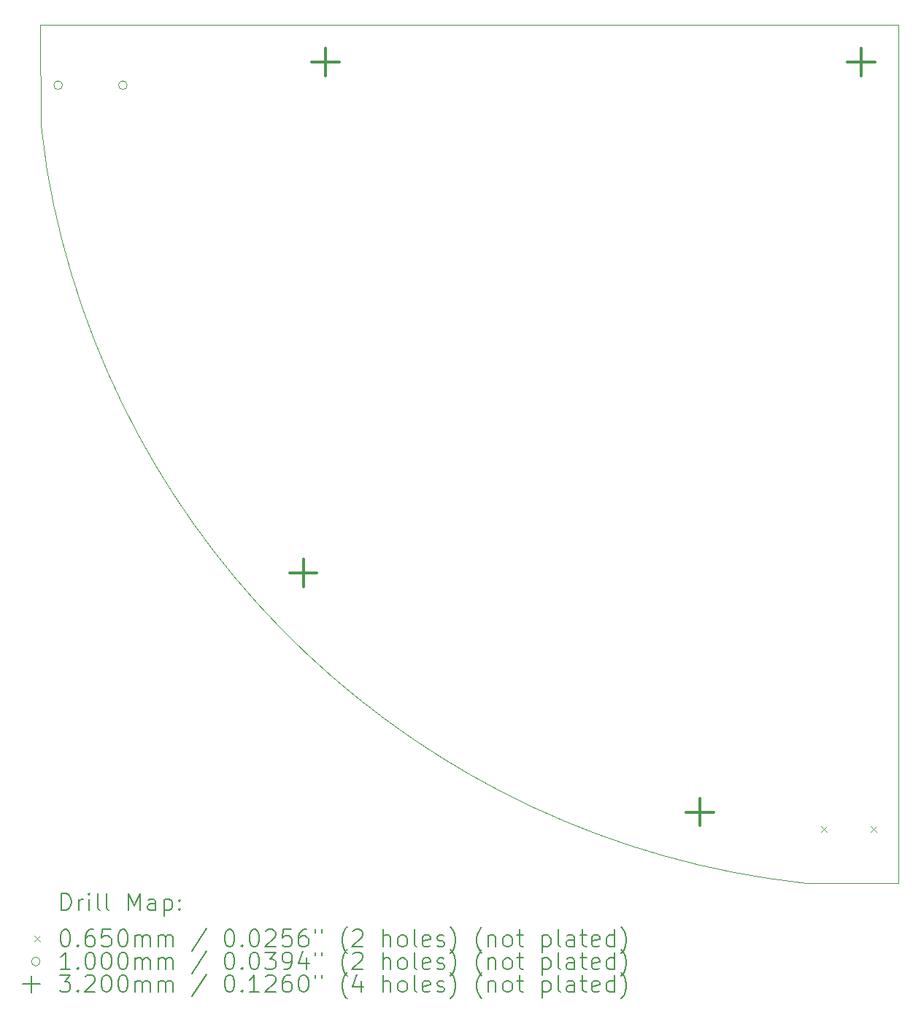
<source format=gbr>
%TF.GenerationSoftware,KiCad,Pcbnew,7.0.1*%
%TF.CreationDate,2023-10-11T18:56:45-05:00*%
%TF.ProjectId,Audio_Board,41756469-6f5f-4426-9f61-72642e6b6963,1*%
%TF.SameCoordinates,Original*%
%TF.FileFunction,Drillmap*%
%TF.FilePolarity,Positive*%
%FSLAX45Y45*%
G04 Gerber Fmt 4.5, Leading zero omitted, Abs format (unit mm)*
G04 Created by KiCad (PCBNEW 7.0.1) date 2023-10-11 18:56:45*
%MOMM*%
%LPD*%
G01*
G04 APERTURE LIST*
%ADD10C,0.100000*%
%ADD11C,0.200000*%
%ADD12C,0.065000*%
%ADD13C,0.320000*%
G04 APERTURE END LIST*
D10*
X16023205Y-2000000D02*
X25976795Y-2000000D01*
X25976795Y-2000000D02*
X25973395Y-11956800D01*
X24881195Y-11956800D02*
X24881195Y-11956800D01*
X16098351Y-3681596D02*
X16024437Y-3168973D01*
X16098351Y-3681595D02*
G75*
G03*
X24881195Y-11956800I9878414J1685987D01*
G01*
X16024437Y-3168973D02*
X16023205Y-2000000D01*
X25973395Y-11956800D02*
X24881195Y-11956800D01*
D11*
D12*
X25080395Y-11298100D02*
X25145395Y-11363100D01*
X25145395Y-11298100D02*
X25080395Y-11363100D01*
X25658395Y-11298100D02*
X25723395Y-11363100D01*
X25723395Y-11298100D02*
X25658395Y-11363100D01*
D10*
X16278895Y-2700900D02*
G75*
G03*
X16278895Y-2700900I-50000J0D01*
G01*
X17028895Y-2700900D02*
G75*
G03*
X17028895Y-2700900I-50000J0D01*
G01*
D13*
X19072354Y-8196600D02*
X19072354Y-8516600D01*
X18912354Y-8356600D02*
X19232354Y-8356600D01*
X19332354Y-2273600D02*
X19332354Y-2593600D01*
X19172354Y-2433600D02*
X19492354Y-2433600D01*
X23675353Y-10972600D02*
X23675353Y-11292600D01*
X23515353Y-11132600D02*
X23835353Y-11132600D01*
X25543353Y-2275500D02*
X25543353Y-2595500D01*
X25383353Y-2435500D02*
X25703353Y-2435500D01*
D11*
X16265824Y-12274324D02*
X16265824Y-12074324D01*
X16265824Y-12074324D02*
X16313443Y-12074324D01*
X16313443Y-12074324D02*
X16342014Y-12083848D01*
X16342014Y-12083848D02*
X16361062Y-12102895D01*
X16361062Y-12102895D02*
X16370586Y-12121943D01*
X16370586Y-12121943D02*
X16380109Y-12160038D01*
X16380109Y-12160038D02*
X16380109Y-12188609D01*
X16380109Y-12188609D02*
X16370586Y-12226705D01*
X16370586Y-12226705D02*
X16361062Y-12245752D01*
X16361062Y-12245752D02*
X16342014Y-12264800D01*
X16342014Y-12264800D02*
X16313443Y-12274324D01*
X16313443Y-12274324D02*
X16265824Y-12274324D01*
X16465824Y-12274324D02*
X16465824Y-12140990D01*
X16465824Y-12179086D02*
X16475347Y-12160038D01*
X16475347Y-12160038D02*
X16484871Y-12150514D01*
X16484871Y-12150514D02*
X16503919Y-12140990D01*
X16503919Y-12140990D02*
X16522967Y-12140990D01*
X16589633Y-12274324D02*
X16589633Y-12140990D01*
X16589633Y-12074324D02*
X16580109Y-12083848D01*
X16580109Y-12083848D02*
X16589633Y-12093371D01*
X16589633Y-12093371D02*
X16599157Y-12083848D01*
X16599157Y-12083848D02*
X16589633Y-12074324D01*
X16589633Y-12074324D02*
X16589633Y-12093371D01*
X16713443Y-12274324D02*
X16694395Y-12264800D01*
X16694395Y-12264800D02*
X16684871Y-12245752D01*
X16684871Y-12245752D02*
X16684871Y-12074324D01*
X16818205Y-12274324D02*
X16799157Y-12264800D01*
X16799157Y-12264800D02*
X16789633Y-12245752D01*
X16789633Y-12245752D02*
X16789633Y-12074324D01*
X17046776Y-12274324D02*
X17046776Y-12074324D01*
X17046776Y-12074324D02*
X17113443Y-12217181D01*
X17113443Y-12217181D02*
X17180109Y-12074324D01*
X17180109Y-12074324D02*
X17180109Y-12274324D01*
X17361062Y-12274324D02*
X17361062Y-12169562D01*
X17361062Y-12169562D02*
X17351538Y-12150514D01*
X17351538Y-12150514D02*
X17332490Y-12140990D01*
X17332490Y-12140990D02*
X17294395Y-12140990D01*
X17294395Y-12140990D02*
X17275348Y-12150514D01*
X17361062Y-12264800D02*
X17342014Y-12274324D01*
X17342014Y-12274324D02*
X17294395Y-12274324D01*
X17294395Y-12274324D02*
X17275348Y-12264800D01*
X17275348Y-12264800D02*
X17265824Y-12245752D01*
X17265824Y-12245752D02*
X17265824Y-12226705D01*
X17265824Y-12226705D02*
X17275348Y-12207657D01*
X17275348Y-12207657D02*
X17294395Y-12198133D01*
X17294395Y-12198133D02*
X17342014Y-12198133D01*
X17342014Y-12198133D02*
X17361062Y-12188609D01*
X17456300Y-12140990D02*
X17456300Y-12340990D01*
X17456300Y-12150514D02*
X17475348Y-12140990D01*
X17475348Y-12140990D02*
X17513443Y-12140990D01*
X17513443Y-12140990D02*
X17532490Y-12150514D01*
X17532490Y-12150514D02*
X17542014Y-12160038D01*
X17542014Y-12160038D02*
X17551538Y-12179086D01*
X17551538Y-12179086D02*
X17551538Y-12236228D01*
X17551538Y-12236228D02*
X17542014Y-12255276D01*
X17542014Y-12255276D02*
X17532490Y-12264800D01*
X17532490Y-12264800D02*
X17513443Y-12274324D01*
X17513443Y-12274324D02*
X17475348Y-12274324D01*
X17475348Y-12274324D02*
X17456300Y-12264800D01*
X17637252Y-12255276D02*
X17646776Y-12264800D01*
X17646776Y-12264800D02*
X17637252Y-12274324D01*
X17637252Y-12274324D02*
X17627729Y-12264800D01*
X17627729Y-12264800D02*
X17637252Y-12255276D01*
X17637252Y-12255276D02*
X17637252Y-12274324D01*
X17637252Y-12150514D02*
X17646776Y-12160038D01*
X17646776Y-12160038D02*
X17637252Y-12169562D01*
X17637252Y-12169562D02*
X17627729Y-12160038D01*
X17627729Y-12160038D02*
X17637252Y-12150514D01*
X17637252Y-12150514D02*
X17637252Y-12169562D01*
D12*
X15953205Y-12569300D02*
X16018205Y-12634300D01*
X16018205Y-12569300D02*
X15953205Y-12634300D01*
D11*
X16303919Y-12494324D02*
X16322967Y-12494324D01*
X16322967Y-12494324D02*
X16342014Y-12503848D01*
X16342014Y-12503848D02*
X16351538Y-12513371D01*
X16351538Y-12513371D02*
X16361062Y-12532419D01*
X16361062Y-12532419D02*
X16370586Y-12570514D01*
X16370586Y-12570514D02*
X16370586Y-12618133D01*
X16370586Y-12618133D02*
X16361062Y-12656228D01*
X16361062Y-12656228D02*
X16351538Y-12675276D01*
X16351538Y-12675276D02*
X16342014Y-12684800D01*
X16342014Y-12684800D02*
X16322967Y-12694324D01*
X16322967Y-12694324D02*
X16303919Y-12694324D01*
X16303919Y-12694324D02*
X16284871Y-12684800D01*
X16284871Y-12684800D02*
X16275347Y-12675276D01*
X16275347Y-12675276D02*
X16265824Y-12656228D01*
X16265824Y-12656228D02*
X16256300Y-12618133D01*
X16256300Y-12618133D02*
X16256300Y-12570514D01*
X16256300Y-12570514D02*
X16265824Y-12532419D01*
X16265824Y-12532419D02*
X16275347Y-12513371D01*
X16275347Y-12513371D02*
X16284871Y-12503848D01*
X16284871Y-12503848D02*
X16303919Y-12494324D01*
X16456300Y-12675276D02*
X16465824Y-12684800D01*
X16465824Y-12684800D02*
X16456300Y-12694324D01*
X16456300Y-12694324D02*
X16446776Y-12684800D01*
X16446776Y-12684800D02*
X16456300Y-12675276D01*
X16456300Y-12675276D02*
X16456300Y-12694324D01*
X16637252Y-12494324D02*
X16599157Y-12494324D01*
X16599157Y-12494324D02*
X16580109Y-12503848D01*
X16580109Y-12503848D02*
X16570586Y-12513371D01*
X16570586Y-12513371D02*
X16551538Y-12541943D01*
X16551538Y-12541943D02*
X16542014Y-12580038D01*
X16542014Y-12580038D02*
X16542014Y-12656228D01*
X16542014Y-12656228D02*
X16551538Y-12675276D01*
X16551538Y-12675276D02*
X16561062Y-12684800D01*
X16561062Y-12684800D02*
X16580109Y-12694324D01*
X16580109Y-12694324D02*
X16618205Y-12694324D01*
X16618205Y-12694324D02*
X16637252Y-12684800D01*
X16637252Y-12684800D02*
X16646776Y-12675276D01*
X16646776Y-12675276D02*
X16656300Y-12656228D01*
X16656300Y-12656228D02*
X16656300Y-12608609D01*
X16656300Y-12608609D02*
X16646776Y-12589562D01*
X16646776Y-12589562D02*
X16637252Y-12580038D01*
X16637252Y-12580038D02*
X16618205Y-12570514D01*
X16618205Y-12570514D02*
X16580109Y-12570514D01*
X16580109Y-12570514D02*
X16561062Y-12580038D01*
X16561062Y-12580038D02*
X16551538Y-12589562D01*
X16551538Y-12589562D02*
X16542014Y-12608609D01*
X16837252Y-12494324D02*
X16742014Y-12494324D01*
X16742014Y-12494324D02*
X16732490Y-12589562D01*
X16732490Y-12589562D02*
X16742014Y-12580038D01*
X16742014Y-12580038D02*
X16761062Y-12570514D01*
X16761062Y-12570514D02*
X16808681Y-12570514D01*
X16808681Y-12570514D02*
X16827729Y-12580038D01*
X16827729Y-12580038D02*
X16837252Y-12589562D01*
X16837252Y-12589562D02*
X16846776Y-12608609D01*
X16846776Y-12608609D02*
X16846776Y-12656228D01*
X16846776Y-12656228D02*
X16837252Y-12675276D01*
X16837252Y-12675276D02*
X16827729Y-12684800D01*
X16827729Y-12684800D02*
X16808681Y-12694324D01*
X16808681Y-12694324D02*
X16761062Y-12694324D01*
X16761062Y-12694324D02*
X16742014Y-12684800D01*
X16742014Y-12684800D02*
X16732490Y-12675276D01*
X16970586Y-12494324D02*
X16989633Y-12494324D01*
X16989633Y-12494324D02*
X17008681Y-12503848D01*
X17008681Y-12503848D02*
X17018205Y-12513371D01*
X17018205Y-12513371D02*
X17027729Y-12532419D01*
X17027729Y-12532419D02*
X17037252Y-12570514D01*
X17037252Y-12570514D02*
X17037252Y-12618133D01*
X17037252Y-12618133D02*
X17027729Y-12656228D01*
X17027729Y-12656228D02*
X17018205Y-12675276D01*
X17018205Y-12675276D02*
X17008681Y-12684800D01*
X17008681Y-12684800D02*
X16989633Y-12694324D01*
X16989633Y-12694324D02*
X16970586Y-12694324D01*
X16970586Y-12694324D02*
X16951538Y-12684800D01*
X16951538Y-12684800D02*
X16942014Y-12675276D01*
X16942014Y-12675276D02*
X16932490Y-12656228D01*
X16932490Y-12656228D02*
X16922967Y-12618133D01*
X16922967Y-12618133D02*
X16922967Y-12570514D01*
X16922967Y-12570514D02*
X16932490Y-12532419D01*
X16932490Y-12532419D02*
X16942014Y-12513371D01*
X16942014Y-12513371D02*
X16951538Y-12503848D01*
X16951538Y-12503848D02*
X16970586Y-12494324D01*
X17122967Y-12694324D02*
X17122967Y-12560990D01*
X17122967Y-12580038D02*
X17132490Y-12570514D01*
X17132490Y-12570514D02*
X17151538Y-12560990D01*
X17151538Y-12560990D02*
X17180110Y-12560990D01*
X17180110Y-12560990D02*
X17199157Y-12570514D01*
X17199157Y-12570514D02*
X17208681Y-12589562D01*
X17208681Y-12589562D02*
X17208681Y-12694324D01*
X17208681Y-12589562D02*
X17218205Y-12570514D01*
X17218205Y-12570514D02*
X17237252Y-12560990D01*
X17237252Y-12560990D02*
X17265824Y-12560990D01*
X17265824Y-12560990D02*
X17284871Y-12570514D01*
X17284871Y-12570514D02*
X17294395Y-12589562D01*
X17294395Y-12589562D02*
X17294395Y-12694324D01*
X17389633Y-12694324D02*
X17389633Y-12560990D01*
X17389633Y-12580038D02*
X17399157Y-12570514D01*
X17399157Y-12570514D02*
X17418205Y-12560990D01*
X17418205Y-12560990D02*
X17446776Y-12560990D01*
X17446776Y-12560990D02*
X17465824Y-12570514D01*
X17465824Y-12570514D02*
X17475348Y-12589562D01*
X17475348Y-12589562D02*
X17475348Y-12694324D01*
X17475348Y-12589562D02*
X17484871Y-12570514D01*
X17484871Y-12570514D02*
X17503919Y-12560990D01*
X17503919Y-12560990D02*
X17532490Y-12560990D01*
X17532490Y-12560990D02*
X17551538Y-12570514D01*
X17551538Y-12570514D02*
X17561062Y-12589562D01*
X17561062Y-12589562D02*
X17561062Y-12694324D01*
X17951538Y-12484800D02*
X17780110Y-12741943D01*
X18208681Y-12494324D02*
X18227729Y-12494324D01*
X18227729Y-12494324D02*
X18246776Y-12503848D01*
X18246776Y-12503848D02*
X18256300Y-12513371D01*
X18256300Y-12513371D02*
X18265824Y-12532419D01*
X18265824Y-12532419D02*
X18275348Y-12570514D01*
X18275348Y-12570514D02*
X18275348Y-12618133D01*
X18275348Y-12618133D02*
X18265824Y-12656228D01*
X18265824Y-12656228D02*
X18256300Y-12675276D01*
X18256300Y-12675276D02*
X18246776Y-12684800D01*
X18246776Y-12684800D02*
X18227729Y-12694324D01*
X18227729Y-12694324D02*
X18208681Y-12694324D01*
X18208681Y-12694324D02*
X18189633Y-12684800D01*
X18189633Y-12684800D02*
X18180110Y-12675276D01*
X18180110Y-12675276D02*
X18170586Y-12656228D01*
X18170586Y-12656228D02*
X18161062Y-12618133D01*
X18161062Y-12618133D02*
X18161062Y-12570514D01*
X18161062Y-12570514D02*
X18170586Y-12532419D01*
X18170586Y-12532419D02*
X18180110Y-12513371D01*
X18180110Y-12513371D02*
X18189633Y-12503848D01*
X18189633Y-12503848D02*
X18208681Y-12494324D01*
X18361062Y-12675276D02*
X18370586Y-12684800D01*
X18370586Y-12684800D02*
X18361062Y-12694324D01*
X18361062Y-12694324D02*
X18351538Y-12684800D01*
X18351538Y-12684800D02*
X18361062Y-12675276D01*
X18361062Y-12675276D02*
X18361062Y-12694324D01*
X18494395Y-12494324D02*
X18513443Y-12494324D01*
X18513443Y-12494324D02*
X18532491Y-12503848D01*
X18532491Y-12503848D02*
X18542014Y-12513371D01*
X18542014Y-12513371D02*
X18551538Y-12532419D01*
X18551538Y-12532419D02*
X18561062Y-12570514D01*
X18561062Y-12570514D02*
X18561062Y-12618133D01*
X18561062Y-12618133D02*
X18551538Y-12656228D01*
X18551538Y-12656228D02*
X18542014Y-12675276D01*
X18542014Y-12675276D02*
X18532491Y-12684800D01*
X18532491Y-12684800D02*
X18513443Y-12694324D01*
X18513443Y-12694324D02*
X18494395Y-12694324D01*
X18494395Y-12694324D02*
X18475348Y-12684800D01*
X18475348Y-12684800D02*
X18465824Y-12675276D01*
X18465824Y-12675276D02*
X18456300Y-12656228D01*
X18456300Y-12656228D02*
X18446776Y-12618133D01*
X18446776Y-12618133D02*
X18446776Y-12570514D01*
X18446776Y-12570514D02*
X18456300Y-12532419D01*
X18456300Y-12532419D02*
X18465824Y-12513371D01*
X18465824Y-12513371D02*
X18475348Y-12503848D01*
X18475348Y-12503848D02*
X18494395Y-12494324D01*
X18637253Y-12513371D02*
X18646776Y-12503848D01*
X18646776Y-12503848D02*
X18665824Y-12494324D01*
X18665824Y-12494324D02*
X18713443Y-12494324D01*
X18713443Y-12494324D02*
X18732491Y-12503848D01*
X18732491Y-12503848D02*
X18742014Y-12513371D01*
X18742014Y-12513371D02*
X18751538Y-12532419D01*
X18751538Y-12532419D02*
X18751538Y-12551467D01*
X18751538Y-12551467D02*
X18742014Y-12580038D01*
X18742014Y-12580038D02*
X18627729Y-12694324D01*
X18627729Y-12694324D02*
X18751538Y-12694324D01*
X18932491Y-12494324D02*
X18837253Y-12494324D01*
X18837253Y-12494324D02*
X18827729Y-12589562D01*
X18827729Y-12589562D02*
X18837253Y-12580038D01*
X18837253Y-12580038D02*
X18856300Y-12570514D01*
X18856300Y-12570514D02*
X18903919Y-12570514D01*
X18903919Y-12570514D02*
X18922967Y-12580038D01*
X18922967Y-12580038D02*
X18932491Y-12589562D01*
X18932491Y-12589562D02*
X18942014Y-12608609D01*
X18942014Y-12608609D02*
X18942014Y-12656228D01*
X18942014Y-12656228D02*
X18932491Y-12675276D01*
X18932491Y-12675276D02*
X18922967Y-12684800D01*
X18922967Y-12684800D02*
X18903919Y-12694324D01*
X18903919Y-12694324D02*
X18856300Y-12694324D01*
X18856300Y-12694324D02*
X18837253Y-12684800D01*
X18837253Y-12684800D02*
X18827729Y-12675276D01*
X19113443Y-12494324D02*
X19075348Y-12494324D01*
X19075348Y-12494324D02*
X19056300Y-12503848D01*
X19056300Y-12503848D02*
X19046776Y-12513371D01*
X19046776Y-12513371D02*
X19027729Y-12541943D01*
X19027729Y-12541943D02*
X19018205Y-12580038D01*
X19018205Y-12580038D02*
X19018205Y-12656228D01*
X19018205Y-12656228D02*
X19027729Y-12675276D01*
X19027729Y-12675276D02*
X19037253Y-12684800D01*
X19037253Y-12684800D02*
X19056300Y-12694324D01*
X19056300Y-12694324D02*
X19094395Y-12694324D01*
X19094395Y-12694324D02*
X19113443Y-12684800D01*
X19113443Y-12684800D02*
X19122967Y-12675276D01*
X19122967Y-12675276D02*
X19132491Y-12656228D01*
X19132491Y-12656228D02*
X19132491Y-12608609D01*
X19132491Y-12608609D02*
X19122967Y-12589562D01*
X19122967Y-12589562D02*
X19113443Y-12580038D01*
X19113443Y-12580038D02*
X19094395Y-12570514D01*
X19094395Y-12570514D02*
X19056300Y-12570514D01*
X19056300Y-12570514D02*
X19037253Y-12580038D01*
X19037253Y-12580038D02*
X19027729Y-12589562D01*
X19027729Y-12589562D02*
X19018205Y-12608609D01*
X19208681Y-12494324D02*
X19208681Y-12532419D01*
X19284872Y-12494324D02*
X19284872Y-12532419D01*
X19580110Y-12770514D02*
X19570586Y-12760990D01*
X19570586Y-12760990D02*
X19551538Y-12732419D01*
X19551538Y-12732419D02*
X19542015Y-12713371D01*
X19542015Y-12713371D02*
X19532491Y-12684800D01*
X19532491Y-12684800D02*
X19522967Y-12637181D01*
X19522967Y-12637181D02*
X19522967Y-12599086D01*
X19522967Y-12599086D02*
X19532491Y-12551467D01*
X19532491Y-12551467D02*
X19542015Y-12522895D01*
X19542015Y-12522895D02*
X19551538Y-12503848D01*
X19551538Y-12503848D02*
X19570586Y-12475276D01*
X19570586Y-12475276D02*
X19580110Y-12465752D01*
X19646776Y-12513371D02*
X19656300Y-12503848D01*
X19656300Y-12503848D02*
X19675348Y-12494324D01*
X19675348Y-12494324D02*
X19722967Y-12494324D01*
X19722967Y-12494324D02*
X19742015Y-12503848D01*
X19742015Y-12503848D02*
X19751538Y-12513371D01*
X19751538Y-12513371D02*
X19761062Y-12532419D01*
X19761062Y-12532419D02*
X19761062Y-12551467D01*
X19761062Y-12551467D02*
X19751538Y-12580038D01*
X19751538Y-12580038D02*
X19637253Y-12694324D01*
X19637253Y-12694324D02*
X19761062Y-12694324D01*
X19999157Y-12694324D02*
X19999157Y-12494324D01*
X20084872Y-12694324D02*
X20084872Y-12589562D01*
X20084872Y-12589562D02*
X20075348Y-12570514D01*
X20075348Y-12570514D02*
X20056300Y-12560990D01*
X20056300Y-12560990D02*
X20027729Y-12560990D01*
X20027729Y-12560990D02*
X20008681Y-12570514D01*
X20008681Y-12570514D02*
X19999157Y-12580038D01*
X20208681Y-12694324D02*
X20189634Y-12684800D01*
X20189634Y-12684800D02*
X20180110Y-12675276D01*
X20180110Y-12675276D02*
X20170586Y-12656228D01*
X20170586Y-12656228D02*
X20170586Y-12599086D01*
X20170586Y-12599086D02*
X20180110Y-12580038D01*
X20180110Y-12580038D02*
X20189634Y-12570514D01*
X20189634Y-12570514D02*
X20208681Y-12560990D01*
X20208681Y-12560990D02*
X20237253Y-12560990D01*
X20237253Y-12560990D02*
X20256300Y-12570514D01*
X20256300Y-12570514D02*
X20265824Y-12580038D01*
X20265824Y-12580038D02*
X20275348Y-12599086D01*
X20275348Y-12599086D02*
X20275348Y-12656228D01*
X20275348Y-12656228D02*
X20265824Y-12675276D01*
X20265824Y-12675276D02*
X20256300Y-12684800D01*
X20256300Y-12684800D02*
X20237253Y-12694324D01*
X20237253Y-12694324D02*
X20208681Y-12694324D01*
X20389634Y-12694324D02*
X20370586Y-12684800D01*
X20370586Y-12684800D02*
X20361062Y-12665752D01*
X20361062Y-12665752D02*
X20361062Y-12494324D01*
X20542015Y-12684800D02*
X20522967Y-12694324D01*
X20522967Y-12694324D02*
X20484872Y-12694324D01*
X20484872Y-12694324D02*
X20465824Y-12684800D01*
X20465824Y-12684800D02*
X20456300Y-12665752D01*
X20456300Y-12665752D02*
X20456300Y-12589562D01*
X20456300Y-12589562D02*
X20465824Y-12570514D01*
X20465824Y-12570514D02*
X20484872Y-12560990D01*
X20484872Y-12560990D02*
X20522967Y-12560990D01*
X20522967Y-12560990D02*
X20542015Y-12570514D01*
X20542015Y-12570514D02*
X20551538Y-12589562D01*
X20551538Y-12589562D02*
X20551538Y-12608609D01*
X20551538Y-12608609D02*
X20456300Y-12627657D01*
X20627729Y-12684800D02*
X20646777Y-12694324D01*
X20646777Y-12694324D02*
X20684872Y-12694324D01*
X20684872Y-12694324D02*
X20703919Y-12684800D01*
X20703919Y-12684800D02*
X20713443Y-12665752D01*
X20713443Y-12665752D02*
X20713443Y-12656228D01*
X20713443Y-12656228D02*
X20703919Y-12637181D01*
X20703919Y-12637181D02*
X20684872Y-12627657D01*
X20684872Y-12627657D02*
X20656300Y-12627657D01*
X20656300Y-12627657D02*
X20637253Y-12618133D01*
X20637253Y-12618133D02*
X20627729Y-12599086D01*
X20627729Y-12599086D02*
X20627729Y-12589562D01*
X20627729Y-12589562D02*
X20637253Y-12570514D01*
X20637253Y-12570514D02*
X20656300Y-12560990D01*
X20656300Y-12560990D02*
X20684872Y-12560990D01*
X20684872Y-12560990D02*
X20703919Y-12570514D01*
X20780110Y-12770514D02*
X20789634Y-12760990D01*
X20789634Y-12760990D02*
X20808681Y-12732419D01*
X20808681Y-12732419D02*
X20818205Y-12713371D01*
X20818205Y-12713371D02*
X20827729Y-12684800D01*
X20827729Y-12684800D02*
X20837253Y-12637181D01*
X20837253Y-12637181D02*
X20837253Y-12599086D01*
X20837253Y-12599086D02*
X20827729Y-12551467D01*
X20827729Y-12551467D02*
X20818205Y-12522895D01*
X20818205Y-12522895D02*
X20808681Y-12503848D01*
X20808681Y-12503848D02*
X20789634Y-12475276D01*
X20789634Y-12475276D02*
X20780110Y-12465752D01*
X21142015Y-12770514D02*
X21132491Y-12760990D01*
X21132491Y-12760990D02*
X21113443Y-12732419D01*
X21113443Y-12732419D02*
X21103919Y-12713371D01*
X21103919Y-12713371D02*
X21094396Y-12684800D01*
X21094396Y-12684800D02*
X21084872Y-12637181D01*
X21084872Y-12637181D02*
X21084872Y-12599086D01*
X21084872Y-12599086D02*
X21094396Y-12551467D01*
X21094396Y-12551467D02*
X21103919Y-12522895D01*
X21103919Y-12522895D02*
X21113443Y-12503848D01*
X21113443Y-12503848D02*
X21132491Y-12475276D01*
X21132491Y-12475276D02*
X21142015Y-12465752D01*
X21218205Y-12560990D02*
X21218205Y-12694324D01*
X21218205Y-12580038D02*
X21227729Y-12570514D01*
X21227729Y-12570514D02*
X21246777Y-12560990D01*
X21246777Y-12560990D02*
X21275348Y-12560990D01*
X21275348Y-12560990D02*
X21294396Y-12570514D01*
X21294396Y-12570514D02*
X21303919Y-12589562D01*
X21303919Y-12589562D02*
X21303919Y-12694324D01*
X21427729Y-12694324D02*
X21408681Y-12684800D01*
X21408681Y-12684800D02*
X21399158Y-12675276D01*
X21399158Y-12675276D02*
X21389634Y-12656228D01*
X21389634Y-12656228D02*
X21389634Y-12599086D01*
X21389634Y-12599086D02*
X21399158Y-12580038D01*
X21399158Y-12580038D02*
X21408681Y-12570514D01*
X21408681Y-12570514D02*
X21427729Y-12560990D01*
X21427729Y-12560990D02*
X21456300Y-12560990D01*
X21456300Y-12560990D02*
X21475348Y-12570514D01*
X21475348Y-12570514D02*
X21484872Y-12580038D01*
X21484872Y-12580038D02*
X21494396Y-12599086D01*
X21494396Y-12599086D02*
X21494396Y-12656228D01*
X21494396Y-12656228D02*
X21484872Y-12675276D01*
X21484872Y-12675276D02*
X21475348Y-12684800D01*
X21475348Y-12684800D02*
X21456300Y-12694324D01*
X21456300Y-12694324D02*
X21427729Y-12694324D01*
X21551539Y-12560990D02*
X21627729Y-12560990D01*
X21580110Y-12494324D02*
X21580110Y-12665752D01*
X21580110Y-12665752D02*
X21589634Y-12684800D01*
X21589634Y-12684800D02*
X21608681Y-12694324D01*
X21608681Y-12694324D02*
X21627729Y-12694324D01*
X21846777Y-12560990D02*
X21846777Y-12760990D01*
X21846777Y-12570514D02*
X21865824Y-12560990D01*
X21865824Y-12560990D02*
X21903920Y-12560990D01*
X21903920Y-12560990D02*
X21922967Y-12570514D01*
X21922967Y-12570514D02*
X21932491Y-12580038D01*
X21932491Y-12580038D02*
X21942015Y-12599086D01*
X21942015Y-12599086D02*
X21942015Y-12656228D01*
X21942015Y-12656228D02*
X21932491Y-12675276D01*
X21932491Y-12675276D02*
X21922967Y-12684800D01*
X21922967Y-12684800D02*
X21903920Y-12694324D01*
X21903920Y-12694324D02*
X21865824Y-12694324D01*
X21865824Y-12694324D02*
X21846777Y-12684800D01*
X22056300Y-12694324D02*
X22037253Y-12684800D01*
X22037253Y-12684800D02*
X22027729Y-12665752D01*
X22027729Y-12665752D02*
X22027729Y-12494324D01*
X22218205Y-12694324D02*
X22218205Y-12589562D01*
X22218205Y-12589562D02*
X22208681Y-12570514D01*
X22208681Y-12570514D02*
X22189634Y-12560990D01*
X22189634Y-12560990D02*
X22151539Y-12560990D01*
X22151539Y-12560990D02*
X22132491Y-12570514D01*
X22218205Y-12684800D02*
X22199158Y-12694324D01*
X22199158Y-12694324D02*
X22151539Y-12694324D01*
X22151539Y-12694324D02*
X22132491Y-12684800D01*
X22132491Y-12684800D02*
X22122967Y-12665752D01*
X22122967Y-12665752D02*
X22122967Y-12646705D01*
X22122967Y-12646705D02*
X22132491Y-12627657D01*
X22132491Y-12627657D02*
X22151539Y-12618133D01*
X22151539Y-12618133D02*
X22199158Y-12618133D01*
X22199158Y-12618133D02*
X22218205Y-12608609D01*
X22284872Y-12560990D02*
X22361062Y-12560990D01*
X22313443Y-12494324D02*
X22313443Y-12665752D01*
X22313443Y-12665752D02*
X22322967Y-12684800D01*
X22322967Y-12684800D02*
X22342015Y-12694324D01*
X22342015Y-12694324D02*
X22361062Y-12694324D01*
X22503919Y-12684800D02*
X22484872Y-12694324D01*
X22484872Y-12694324D02*
X22446777Y-12694324D01*
X22446777Y-12694324D02*
X22427729Y-12684800D01*
X22427729Y-12684800D02*
X22418205Y-12665752D01*
X22418205Y-12665752D02*
X22418205Y-12589562D01*
X22418205Y-12589562D02*
X22427729Y-12570514D01*
X22427729Y-12570514D02*
X22446777Y-12560990D01*
X22446777Y-12560990D02*
X22484872Y-12560990D01*
X22484872Y-12560990D02*
X22503919Y-12570514D01*
X22503919Y-12570514D02*
X22513443Y-12589562D01*
X22513443Y-12589562D02*
X22513443Y-12608609D01*
X22513443Y-12608609D02*
X22418205Y-12627657D01*
X22684872Y-12694324D02*
X22684872Y-12494324D01*
X22684872Y-12684800D02*
X22665824Y-12694324D01*
X22665824Y-12694324D02*
X22627729Y-12694324D01*
X22627729Y-12694324D02*
X22608681Y-12684800D01*
X22608681Y-12684800D02*
X22599158Y-12675276D01*
X22599158Y-12675276D02*
X22589634Y-12656228D01*
X22589634Y-12656228D02*
X22589634Y-12599086D01*
X22589634Y-12599086D02*
X22599158Y-12580038D01*
X22599158Y-12580038D02*
X22608681Y-12570514D01*
X22608681Y-12570514D02*
X22627729Y-12560990D01*
X22627729Y-12560990D02*
X22665824Y-12560990D01*
X22665824Y-12560990D02*
X22684872Y-12570514D01*
X22761062Y-12770514D02*
X22770586Y-12760990D01*
X22770586Y-12760990D02*
X22789634Y-12732419D01*
X22789634Y-12732419D02*
X22799158Y-12713371D01*
X22799158Y-12713371D02*
X22808681Y-12684800D01*
X22808681Y-12684800D02*
X22818205Y-12637181D01*
X22818205Y-12637181D02*
X22818205Y-12599086D01*
X22818205Y-12599086D02*
X22808681Y-12551467D01*
X22808681Y-12551467D02*
X22799158Y-12522895D01*
X22799158Y-12522895D02*
X22789634Y-12503848D01*
X22789634Y-12503848D02*
X22770586Y-12475276D01*
X22770586Y-12475276D02*
X22761062Y-12465752D01*
D10*
X16018205Y-12865800D02*
G75*
G03*
X16018205Y-12865800I-50000J0D01*
G01*
D11*
X16370586Y-12958324D02*
X16256300Y-12958324D01*
X16313443Y-12958324D02*
X16313443Y-12758324D01*
X16313443Y-12758324D02*
X16294395Y-12786895D01*
X16294395Y-12786895D02*
X16275347Y-12805943D01*
X16275347Y-12805943D02*
X16256300Y-12815467D01*
X16456300Y-12939276D02*
X16465824Y-12948800D01*
X16465824Y-12948800D02*
X16456300Y-12958324D01*
X16456300Y-12958324D02*
X16446776Y-12948800D01*
X16446776Y-12948800D02*
X16456300Y-12939276D01*
X16456300Y-12939276D02*
X16456300Y-12958324D01*
X16589633Y-12758324D02*
X16608681Y-12758324D01*
X16608681Y-12758324D02*
X16627728Y-12767848D01*
X16627728Y-12767848D02*
X16637252Y-12777371D01*
X16637252Y-12777371D02*
X16646776Y-12796419D01*
X16646776Y-12796419D02*
X16656300Y-12834514D01*
X16656300Y-12834514D02*
X16656300Y-12882133D01*
X16656300Y-12882133D02*
X16646776Y-12920228D01*
X16646776Y-12920228D02*
X16637252Y-12939276D01*
X16637252Y-12939276D02*
X16627728Y-12948800D01*
X16627728Y-12948800D02*
X16608681Y-12958324D01*
X16608681Y-12958324D02*
X16589633Y-12958324D01*
X16589633Y-12958324D02*
X16570586Y-12948800D01*
X16570586Y-12948800D02*
X16561062Y-12939276D01*
X16561062Y-12939276D02*
X16551538Y-12920228D01*
X16551538Y-12920228D02*
X16542014Y-12882133D01*
X16542014Y-12882133D02*
X16542014Y-12834514D01*
X16542014Y-12834514D02*
X16551538Y-12796419D01*
X16551538Y-12796419D02*
X16561062Y-12777371D01*
X16561062Y-12777371D02*
X16570586Y-12767848D01*
X16570586Y-12767848D02*
X16589633Y-12758324D01*
X16780109Y-12758324D02*
X16799157Y-12758324D01*
X16799157Y-12758324D02*
X16818205Y-12767848D01*
X16818205Y-12767848D02*
X16827729Y-12777371D01*
X16827729Y-12777371D02*
X16837252Y-12796419D01*
X16837252Y-12796419D02*
X16846776Y-12834514D01*
X16846776Y-12834514D02*
X16846776Y-12882133D01*
X16846776Y-12882133D02*
X16837252Y-12920228D01*
X16837252Y-12920228D02*
X16827729Y-12939276D01*
X16827729Y-12939276D02*
X16818205Y-12948800D01*
X16818205Y-12948800D02*
X16799157Y-12958324D01*
X16799157Y-12958324D02*
X16780109Y-12958324D01*
X16780109Y-12958324D02*
X16761062Y-12948800D01*
X16761062Y-12948800D02*
X16751538Y-12939276D01*
X16751538Y-12939276D02*
X16742014Y-12920228D01*
X16742014Y-12920228D02*
X16732490Y-12882133D01*
X16732490Y-12882133D02*
X16732490Y-12834514D01*
X16732490Y-12834514D02*
X16742014Y-12796419D01*
X16742014Y-12796419D02*
X16751538Y-12777371D01*
X16751538Y-12777371D02*
X16761062Y-12767848D01*
X16761062Y-12767848D02*
X16780109Y-12758324D01*
X16970586Y-12758324D02*
X16989633Y-12758324D01*
X16989633Y-12758324D02*
X17008681Y-12767848D01*
X17008681Y-12767848D02*
X17018205Y-12777371D01*
X17018205Y-12777371D02*
X17027729Y-12796419D01*
X17027729Y-12796419D02*
X17037252Y-12834514D01*
X17037252Y-12834514D02*
X17037252Y-12882133D01*
X17037252Y-12882133D02*
X17027729Y-12920228D01*
X17027729Y-12920228D02*
X17018205Y-12939276D01*
X17018205Y-12939276D02*
X17008681Y-12948800D01*
X17008681Y-12948800D02*
X16989633Y-12958324D01*
X16989633Y-12958324D02*
X16970586Y-12958324D01*
X16970586Y-12958324D02*
X16951538Y-12948800D01*
X16951538Y-12948800D02*
X16942014Y-12939276D01*
X16942014Y-12939276D02*
X16932490Y-12920228D01*
X16932490Y-12920228D02*
X16922967Y-12882133D01*
X16922967Y-12882133D02*
X16922967Y-12834514D01*
X16922967Y-12834514D02*
X16932490Y-12796419D01*
X16932490Y-12796419D02*
X16942014Y-12777371D01*
X16942014Y-12777371D02*
X16951538Y-12767848D01*
X16951538Y-12767848D02*
X16970586Y-12758324D01*
X17122967Y-12958324D02*
X17122967Y-12824990D01*
X17122967Y-12844038D02*
X17132490Y-12834514D01*
X17132490Y-12834514D02*
X17151538Y-12824990D01*
X17151538Y-12824990D02*
X17180110Y-12824990D01*
X17180110Y-12824990D02*
X17199157Y-12834514D01*
X17199157Y-12834514D02*
X17208681Y-12853562D01*
X17208681Y-12853562D02*
X17208681Y-12958324D01*
X17208681Y-12853562D02*
X17218205Y-12834514D01*
X17218205Y-12834514D02*
X17237252Y-12824990D01*
X17237252Y-12824990D02*
X17265824Y-12824990D01*
X17265824Y-12824990D02*
X17284871Y-12834514D01*
X17284871Y-12834514D02*
X17294395Y-12853562D01*
X17294395Y-12853562D02*
X17294395Y-12958324D01*
X17389633Y-12958324D02*
X17389633Y-12824990D01*
X17389633Y-12844038D02*
X17399157Y-12834514D01*
X17399157Y-12834514D02*
X17418205Y-12824990D01*
X17418205Y-12824990D02*
X17446776Y-12824990D01*
X17446776Y-12824990D02*
X17465824Y-12834514D01*
X17465824Y-12834514D02*
X17475348Y-12853562D01*
X17475348Y-12853562D02*
X17475348Y-12958324D01*
X17475348Y-12853562D02*
X17484871Y-12834514D01*
X17484871Y-12834514D02*
X17503919Y-12824990D01*
X17503919Y-12824990D02*
X17532490Y-12824990D01*
X17532490Y-12824990D02*
X17551538Y-12834514D01*
X17551538Y-12834514D02*
X17561062Y-12853562D01*
X17561062Y-12853562D02*
X17561062Y-12958324D01*
X17951538Y-12748800D02*
X17780110Y-13005943D01*
X18208681Y-12758324D02*
X18227729Y-12758324D01*
X18227729Y-12758324D02*
X18246776Y-12767848D01*
X18246776Y-12767848D02*
X18256300Y-12777371D01*
X18256300Y-12777371D02*
X18265824Y-12796419D01*
X18265824Y-12796419D02*
X18275348Y-12834514D01*
X18275348Y-12834514D02*
X18275348Y-12882133D01*
X18275348Y-12882133D02*
X18265824Y-12920228D01*
X18265824Y-12920228D02*
X18256300Y-12939276D01*
X18256300Y-12939276D02*
X18246776Y-12948800D01*
X18246776Y-12948800D02*
X18227729Y-12958324D01*
X18227729Y-12958324D02*
X18208681Y-12958324D01*
X18208681Y-12958324D02*
X18189633Y-12948800D01*
X18189633Y-12948800D02*
X18180110Y-12939276D01*
X18180110Y-12939276D02*
X18170586Y-12920228D01*
X18170586Y-12920228D02*
X18161062Y-12882133D01*
X18161062Y-12882133D02*
X18161062Y-12834514D01*
X18161062Y-12834514D02*
X18170586Y-12796419D01*
X18170586Y-12796419D02*
X18180110Y-12777371D01*
X18180110Y-12777371D02*
X18189633Y-12767848D01*
X18189633Y-12767848D02*
X18208681Y-12758324D01*
X18361062Y-12939276D02*
X18370586Y-12948800D01*
X18370586Y-12948800D02*
X18361062Y-12958324D01*
X18361062Y-12958324D02*
X18351538Y-12948800D01*
X18351538Y-12948800D02*
X18361062Y-12939276D01*
X18361062Y-12939276D02*
X18361062Y-12958324D01*
X18494395Y-12758324D02*
X18513443Y-12758324D01*
X18513443Y-12758324D02*
X18532491Y-12767848D01*
X18532491Y-12767848D02*
X18542014Y-12777371D01*
X18542014Y-12777371D02*
X18551538Y-12796419D01*
X18551538Y-12796419D02*
X18561062Y-12834514D01*
X18561062Y-12834514D02*
X18561062Y-12882133D01*
X18561062Y-12882133D02*
X18551538Y-12920228D01*
X18551538Y-12920228D02*
X18542014Y-12939276D01*
X18542014Y-12939276D02*
X18532491Y-12948800D01*
X18532491Y-12948800D02*
X18513443Y-12958324D01*
X18513443Y-12958324D02*
X18494395Y-12958324D01*
X18494395Y-12958324D02*
X18475348Y-12948800D01*
X18475348Y-12948800D02*
X18465824Y-12939276D01*
X18465824Y-12939276D02*
X18456300Y-12920228D01*
X18456300Y-12920228D02*
X18446776Y-12882133D01*
X18446776Y-12882133D02*
X18446776Y-12834514D01*
X18446776Y-12834514D02*
X18456300Y-12796419D01*
X18456300Y-12796419D02*
X18465824Y-12777371D01*
X18465824Y-12777371D02*
X18475348Y-12767848D01*
X18475348Y-12767848D02*
X18494395Y-12758324D01*
X18627729Y-12758324D02*
X18751538Y-12758324D01*
X18751538Y-12758324D02*
X18684872Y-12834514D01*
X18684872Y-12834514D02*
X18713443Y-12834514D01*
X18713443Y-12834514D02*
X18732491Y-12844038D01*
X18732491Y-12844038D02*
X18742014Y-12853562D01*
X18742014Y-12853562D02*
X18751538Y-12872609D01*
X18751538Y-12872609D02*
X18751538Y-12920228D01*
X18751538Y-12920228D02*
X18742014Y-12939276D01*
X18742014Y-12939276D02*
X18732491Y-12948800D01*
X18732491Y-12948800D02*
X18713443Y-12958324D01*
X18713443Y-12958324D02*
X18656300Y-12958324D01*
X18656300Y-12958324D02*
X18637253Y-12948800D01*
X18637253Y-12948800D02*
X18627729Y-12939276D01*
X18846776Y-12958324D02*
X18884872Y-12958324D01*
X18884872Y-12958324D02*
X18903919Y-12948800D01*
X18903919Y-12948800D02*
X18913443Y-12939276D01*
X18913443Y-12939276D02*
X18932491Y-12910705D01*
X18932491Y-12910705D02*
X18942014Y-12872609D01*
X18942014Y-12872609D02*
X18942014Y-12796419D01*
X18942014Y-12796419D02*
X18932491Y-12777371D01*
X18932491Y-12777371D02*
X18922967Y-12767848D01*
X18922967Y-12767848D02*
X18903919Y-12758324D01*
X18903919Y-12758324D02*
X18865824Y-12758324D01*
X18865824Y-12758324D02*
X18846776Y-12767848D01*
X18846776Y-12767848D02*
X18837253Y-12777371D01*
X18837253Y-12777371D02*
X18827729Y-12796419D01*
X18827729Y-12796419D02*
X18827729Y-12844038D01*
X18827729Y-12844038D02*
X18837253Y-12863086D01*
X18837253Y-12863086D02*
X18846776Y-12872609D01*
X18846776Y-12872609D02*
X18865824Y-12882133D01*
X18865824Y-12882133D02*
X18903919Y-12882133D01*
X18903919Y-12882133D02*
X18922967Y-12872609D01*
X18922967Y-12872609D02*
X18932491Y-12863086D01*
X18932491Y-12863086D02*
X18942014Y-12844038D01*
X19113443Y-12824990D02*
X19113443Y-12958324D01*
X19065824Y-12748800D02*
X19018205Y-12891657D01*
X19018205Y-12891657D02*
X19142014Y-12891657D01*
X19208681Y-12758324D02*
X19208681Y-12796419D01*
X19284872Y-12758324D02*
X19284872Y-12796419D01*
X19580110Y-13034514D02*
X19570586Y-13024990D01*
X19570586Y-13024990D02*
X19551538Y-12996419D01*
X19551538Y-12996419D02*
X19542015Y-12977371D01*
X19542015Y-12977371D02*
X19532491Y-12948800D01*
X19532491Y-12948800D02*
X19522967Y-12901181D01*
X19522967Y-12901181D02*
X19522967Y-12863086D01*
X19522967Y-12863086D02*
X19532491Y-12815467D01*
X19532491Y-12815467D02*
X19542015Y-12786895D01*
X19542015Y-12786895D02*
X19551538Y-12767848D01*
X19551538Y-12767848D02*
X19570586Y-12739276D01*
X19570586Y-12739276D02*
X19580110Y-12729752D01*
X19646776Y-12777371D02*
X19656300Y-12767848D01*
X19656300Y-12767848D02*
X19675348Y-12758324D01*
X19675348Y-12758324D02*
X19722967Y-12758324D01*
X19722967Y-12758324D02*
X19742015Y-12767848D01*
X19742015Y-12767848D02*
X19751538Y-12777371D01*
X19751538Y-12777371D02*
X19761062Y-12796419D01*
X19761062Y-12796419D02*
X19761062Y-12815467D01*
X19761062Y-12815467D02*
X19751538Y-12844038D01*
X19751538Y-12844038D02*
X19637253Y-12958324D01*
X19637253Y-12958324D02*
X19761062Y-12958324D01*
X19999157Y-12958324D02*
X19999157Y-12758324D01*
X20084872Y-12958324D02*
X20084872Y-12853562D01*
X20084872Y-12853562D02*
X20075348Y-12834514D01*
X20075348Y-12834514D02*
X20056300Y-12824990D01*
X20056300Y-12824990D02*
X20027729Y-12824990D01*
X20027729Y-12824990D02*
X20008681Y-12834514D01*
X20008681Y-12834514D02*
X19999157Y-12844038D01*
X20208681Y-12958324D02*
X20189634Y-12948800D01*
X20189634Y-12948800D02*
X20180110Y-12939276D01*
X20180110Y-12939276D02*
X20170586Y-12920228D01*
X20170586Y-12920228D02*
X20170586Y-12863086D01*
X20170586Y-12863086D02*
X20180110Y-12844038D01*
X20180110Y-12844038D02*
X20189634Y-12834514D01*
X20189634Y-12834514D02*
X20208681Y-12824990D01*
X20208681Y-12824990D02*
X20237253Y-12824990D01*
X20237253Y-12824990D02*
X20256300Y-12834514D01*
X20256300Y-12834514D02*
X20265824Y-12844038D01*
X20265824Y-12844038D02*
X20275348Y-12863086D01*
X20275348Y-12863086D02*
X20275348Y-12920228D01*
X20275348Y-12920228D02*
X20265824Y-12939276D01*
X20265824Y-12939276D02*
X20256300Y-12948800D01*
X20256300Y-12948800D02*
X20237253Y-12958324D01*
X20237253Y-12958324D02*
X20208681Y-12958324D01*
X20389634Y-12958324D02*
X20370586Y-12948800D01*
X20370586Y-12948800D02*
X20361062Y-12929752D01*
X20361062Y-12929752D02*
X20361062Y-12758324D01*
X20542015Y-12948800D02*
X20522967Y-12958324D01*
X20522967Y-12958324D02*
X20484872Y-12958324D01*
X20484872Y-12958324D02*
X20465824Y-12948800D01*
X20465824Y-12948800D02*
X20456300Y-12929752D01*
X20456300Y-12929752D02*
X20456300Y-12853562D01*
X20456300Y-12853562D02*
X20465824Y-12834514D01*
X20465824Y-12834514D02*
X20484872Y-12824990D01*
X20484872Y-12824990D02*
X20522967Y-12824990D01*
X20522967Y-12824990D02*
X20542015Y-12834514D01*
X20542015Y-12834514D02*
X20551538Y-12853562D01*
X20551538Y-12853562D02*
X20551538Y-12872609D01*
X20551538Y-12872609D02*
X20456300Y-12891657D01*
X20627729Y-12948800D02*
X20646777Y-12958324D01*
X20646777Y-12958324D02*
X20684872Y-12958324D01*
X20684872Y-12958324D02*
X20703919Y-12948800D01*
X20703919Y-12948800D02*
X20713443Y-12929752D01*
X20713443Y-12929752D02*
X20713443Y-12920228D01*
X20713443Y-12920228D02*
X20703919Y-12901181D01*
X20703919Y-12901181D02*
X20684872Y-12891657D01*
X20684872Y-12891657D02*
X20656300Y-12891657D01*
X20656300Y-12891657D02*
X20637253Y-12882133D01*
X20637253Y-12882133D02*
X20627729Y-12863086D01*
X20627729Y-12863086D02*
X20627729Y-12853562D01*
X20627729Y-12853562D02*
X20637253Y-12834514D01*
X20637253Y-12834514D02*
X20656300Y-12824990D01*
X20656300Y-12824990D02*
X20684872Y-12824990D01*
X20684872Y-12824990D02*
X20703919Y-12834514D01*
X20780110Y-13034514D02*
X20789634Y-13024990D01*
X20789634Y-13024990D02*
X20808681Y-12996419D01*
X20808681Y-12996419D02*
X20818205Y-12977371D01*
X20818205Y-12977371D02*
X20827729Y-12948800D01*
X20827729Y-12948800D02*
X20837253Y-12901181D01*
X20837253Y-12901181D02*
X20837253Y-12863086D01*
X20837253Y-12863086D02*
X20827729Y-12815467D01*
X20827729Y-12815467D02*
X20818205Y-12786895D01*
X20818205Y-12786895D02*
X20808681Y-12767848D01*
X20808681Y-12767848D02*
X20789634Y-12739276D01*
X20789634Y-12739276D02*
X20780110Y-12729752D01*
X21142015Y-13034514D02*
X21132491Y-13024990D01*
X21132491Y-13024990D02*
X21113443Y-12996419D01*
X21113443Y-12996419D02*
X21103919Y-12977371D01*
X21103919Y-12977371D02*
X21094396Y-12948800D01*
X21094396Y-12948800D02*
X21084872Y-12901181D01*
X21084872Y-12901181D02*
X21084872Y-12863086D01*
X21084872Y-12863086D02*
X21094396Y-12815467D01*
X21094396Y-12815467D02*
X21103919Y-12786895D01*
X21103919Y-12786895D02*
X21113443Y-12767848D01*
X21113443Y-12767848D02*
X21132491Y-12739276D01*
X21132491Y-12739276D02*
X21142015Y-12729752D01*
X21218205Y-12824990D02*
X21218205Y-12958324D01*
X21218205Y-12844038D02*
X21227729Y-12834514D01*
X21227729Y-12834514D02*
X21246777Y-12824990D01*
X21246777Y-12824990D02*
X21275348Y-12824990D01*
X21275348Y-12824990D02*
X21294396Y-12834514D01*
X21294396Y-12834514D02*
X21303919Y-12853562D01*
X21303919Y-12853562D02*
X21303919Y-12958324D01*
X21427729Y-12958324D02*
X21408681Y-12948800D01*
X21408681Y-12948800D02*
X21399158Y-12939276D01*
X21399158Y-12939276D02*
X21389634Y-12920228D01*
X21389634Y-12920228D02*
X21389634Y-12863086D01*
X21389634Y-12863086D02*
X21399158Y-12844038D01*
X21399158Y-12844038D02*
X21408681Y-12834514D01*
X21408681Y-12834514D02*
X21427729Y-12824990D01*
X21427729Y-12824990D02*
X21456300Y-12824990D01*
X21456300Y-12824990D02*
X21475348Y-12834514D01*
X21475348Y-12834514D02*
X21484872Y-12844038D01*
X21484872Y-12844038D02*
X21494396Y-12863086D01*
X21494396Y-12863086D02*
X21494396Y-12920228D01*
X21494396Y-12920228D02*
X21484872Y-12939276D01*
X21484872Y-12939276D02*
X21475348Y-12948800D01*
X21475348Y-12948800D02*
X21456300Y-12958324D01*
X21456300Y-12958324D02*
X21427729Y-12958324D01*
X21551539Y-12824990D02*
X21627729Y-12824990D01*
X21580110Y-12758324D02*
X21580110Y-12929752D01*
X21580110Y-12929752D02*
X21589634Y-12948800D01*
X21589634Y-12948800D02*
X21608681Y-12958324D01*
X21608681Y-12958324D02*
X21627729Y-12958324D01*
X21846777Y-12824990D02*
X21846777Y-13024990D01*
X21846777Y-12834514D02*
X21865824Y-12824990D01*
X21865824Y-12824990D02*
X21903920Y-12824990D01*
X21903920Y-12824990D02*
X21922967Y-12834514D01*
X21922967Y-12834514D02*
X21932491Y-12844038D01*
X21932491Y-12844038D02*
X21942015Y-12863086D01*
X21942015Y-12863086D02*
X21942015Y-12920228D01*
X21942015Y-12920228D02*
X21932491Y-12939276D01*
X21932491Y-12939276D02*
X21922967Y-12948800D01*
X21922967Y-12948800D02*
X21903920Y-12958324D01*
X21903920Y-12958324D02*
X21865824Y-12958324D01*
X21865824Y-12958324D02*
X21846777Y-12948800D01*
X22056300Y-12958324D02*
X22037253Y-12948800D01*
X22037253Y-12948800D02*
X22027729Y-12929752D01*
X22027729Y-12929752D02*
X22027729Y-12758324D01*
X22218205Y-12958324D02*
X22218205Y-12853562D01*
X22218205Y-12853562D02*
X22208681Y-12834514D01*
X22208681Y-12834514D02*
X22189634Y-12824990D01*
X22189634Y-12824990D02*
X22151539Y-12824990D01*
X22151539Y-12824990D02*
X22132491Y-12834514D01*
X22218205Y-12948800D02*
X22199158Y-12958324D01*
X22199158Y-12958324D02*
X22151539Y-12958324D01*
X22151539Y-12958324D02*
X22132491Y-12948800D01*
X22132491Y-12948800D02*
X22122967Y-12929752D01*
X22122967Y-12929752D02*
X22122967Y-12910705D01*
X22122967Y-12910705D02*
X22132491Y-12891657D01*
X22132491Y-12891657D02*
X22151539Y-12882133D01*
X22151539Y-12882133D02*
X22199158Y-12882133D01*
X22199158Y-12882133D02*
X22218205Y-12872609D01*
X22284872Y-12824990D02*
X22361062Y-12824990D01*
X22313443Y-12758324D02*
X22313443Y-12929752D01*
X22313443Y-12929752D02*
X22322967Y-12948800D01*
X22322967Y-12948800D02*
X22342015Y-12958324D01*
X22342015Y-12958324D02*
X22361062Y-12958324D01*
X22503919Y-12948800D02*
X22484872Y-12958324D01*
X22484872Y-12958324D02*
X22446777Y-12958324D01*
X22446777Y-12958324D02*
X22427729Y-12948800D01*
X22427729Y-12948800D02*
X22418205Y-12929752D01*
X22418205Y-12929752D02*
X22418205Y-12853562D01*
X22418205Y-12853562D02*
X22427729Y-12834514D01*
X22427729Y-12834514D02*
X22446777Y-12824990D01*
X22446777Y-12824990D02*
X22484872Y-12824990D01*
X22484872Y-12824990D02*
X22503919Y-12834514D01*
X22503919Y-12834514D02*
X22513443Y-12853562D01*
X22513443Y-12853562D02*
X22513443Y-12872609D01*
X22513443Y-12872609D02*
X22418205Y-12891657D01*
X22684872Y-12958324D02*
X22684872Y-12758324D01*
X22684872Y-12948800D02*
X22665824Y-12958324D01*
X22665824Y-12958324D02*
X22627729Y-12958324D01*
X22627729Y-12958324D02*
X22608681Y-12948800D01*
X22608681Y-12948800D02*
X22599158Y-12939276D01*
X22599158Y-12939276D02*
X22589634Y-12920228D01*
X22589634Y-12920228D02*
X22589634Y-12863086D01*
X22589634Y-12863086D02*
X22599158Y-12844038D01*
X22599158Y-12844038D02*
X22608681Y-12834514D01*
X22608681Y-12834514D02*
X22627729Y-12824990D01*
X22627729Y-12824990D02*
X22665824Y-12824990D01*
X22665824Y-12824990D02*
X22684872Y-12834514D01*
X22761062Y-13034514D02*
X22770586Y-13024990D01*
X22770586Y-13024990D02*
X22789634Y-12996419D01*
X22789634Y-12996419D02*
X22799158Y-12977371D01*
X22799158Y-12977371D02*
X22808681Y-12948800D01*
X22808681Y-12948800D02*
X22818205Y-12901181D01*
X22818205Y-12901181D02*
X22818205Y-12863086D01*
X22818205Y-12863086D02*
X22808681Y-12815467D01*
X22808681Y-12815467D02*
X22799158Y-12786895D01*
X22799158Y-12786895D02*
X22789634Y-12767848D01*
X22789634Y-12767848D02*
X22770586Y-12739276D01*
X22770586Y-12739276D02*
X22761062Y-12729752D01*
X15918205Y-13029800D02*
X15918205Y-13229800D01*
X15818205Y-13129800D02*
X16018205Y-13129800D01*
X16246776Y-13022324D02*
X16370586Y-13022324D01*
X16370586Y-13022324D02*
X16303919Y-13098514D01*
X16303919Y-13098514D02*
X16332490Y-13098514D01*
X16332490Y-13098514D02*
X16351538Y-13108038D01*
X16351538Y-13108038D02*
X16361062Y-13117562D01*
X16361062Y-13117562D02*
X16370586Y-13136609D01*
X16370586Y-13136609D02*
X16370586Y-13184228D01*
X16370586Y-13184228D02*
X16361062Y-13203276D01*
X16361062Y-13203276D02*
X16351538Y-13212800D01*
X16351538Y-13212800D02*
X16332490Y-13222324D01*
X16332490Y-13222324D02*
X16275347Y-13222324D01*
X16275347Y-13222324D02*
X16256300Y-13212800D01*
X16256300Y-13212800D02*
X16246776Y-13203276D01*
X16456300Y-13203276D02*
X16465824Y-13212800D01*
X16465824Y-13212800D02*
X16456300Y-13222324D01*
X16456300Y-13222324D02*
X16446776Y-13212800D01*
X16446776Y-13212800D02*
X16456300Y-13203276D01*
X16456300Y-13203276D02*
X16456300Y-13222324D01*
X16542014Y-13041371D02*
X16551538Y-13031848D01*
X16551538Y-13031848D02*
X16570586Y-13022324D01*
X16570586Y-13022324D02*
X16618205Y-13022324D01*
X16618205Y-13022324D02*
X16637252Y-13031848D01*
X16637252Y-13031848D02*
X16646776Y-13041371D01*
X16646776Y-13041371D02*
X16656300Y-13060419D01*
X16656300Y-13060419D02*
X16656300Y-13079467D01*
X16656300Y-13079467D02*
X16646776Y-13108038D01*
X16646776Y-13108038D02*
X16532490Y-13222324D01*
X16532490Y-13222324D02*
X16656300Y-13222324D01*
X16780109Y-13022324D02*
X16799157Y-13022324D01*
X16799157Y-13022324D02*
X16818205Y-13031848D01*
X16818205Y-13031848D02*
X16827729Y-13041371D01*
X16827729Y-13041371D02*
X16837252Y-13060419D01*
X16837252Y-13060419D02*
X16846776Y-13098514D01*
X16846776Y-13098514D02*
X16846776Y-13146133D01*
X16846776Y-13146133D02*
X16837252Y-13184228D01*
X16837252Y-13184228D02*
X16827729Y-13203276D01*
X16827729Y-13203276D02*
X16818205Y-13212800D01*
X16818205Y-13212800D02*
X16799157Y-13222324D01*
X16799157Y-13222324D02*
X16780109Y-13222324D01*
X16780109Y-13222324D02*
X16761062Y-13212800D01*
X16761062Y-13212800D02*
X16751538Y-13203276D01*
X16751538Y-13203276D02*
X16742014Y-13184228D01*
X16742014Y-13184228D02*
X16732490Y-13146133D01*
X16732490Y-13146133D02*
X16732490Y-13098514D01*
X16732490Y-13098514D02*
X16742014Y-13060419D01*
X16742014Y-13060419D02*
X16751538Y-13041371D01*
X16751538Y-13041371D02*
X16761062Y-13031848D01*
X16761062Y-13031848D02*
X16780109Y-13022324D01*
X16970586Y-13022324D02*
X16989633Y-13022324D01*
X16989633Y-13022324D02*
X17008681Y-13031848D01*
X17008681Y-13031848D02*
X17018205Y-13041371D01*
X17018205Y-13041371D02*
X17027729Y-13060419D01*
X17027729Y-13060419D02*
X17037252Y-13098514D01*
X17037252Y-13098514D02*
X17037252Y-13146133D01*
X17037252Y-13146133D02*
X17027729Y-13184228D01*
X17027729Y-13184228D02*
X17018205Y-13203276D01*
X17018205Y-13203276D02*
X17008681Y-13212800D01*
X17008681Y-13212800D02*
X16989633Y-13222324D01*
X16989633Y-13222324D02*
X16970586Y-13222324D01*
X16970586Y-13222324D02*
X16951538Y-13212800D01*
X16951538Y-13212800D02*
X16942014Y-13203276D01*
X16942014Y-13203276D02*
X16932490Y-13184228D01*
X16932490Y-13184228D02*
X16922967Y-13146133D01*
X16922967Y-13146133D02*
X16922967Y-13098514D01*
X16922967Y-13098514D02*
X16932490Y-13060419D01*
X16932490Y-13060419D02*
X16942014Y-13041371D01*
X16942014Y-13041371D02*
X16951538Y-13031848D01*
X16951538Y-13031848D02*
X16970586Y-13022324D01*
X17122967Y-13222324D02*
X17122967Y-13088990D01*
X17122967Y-13108038D02*
X17132490Y-13098514D01*
X17132490Y-13098514D02*
X17151538Y-13088990D01*
X17151538Y-13088990D02*
X17180110Y-13088990D01*
X17180110Y-13088990D02*
X17199157Y-13098514D01*
X17199157Y-13098514D02*
X17208681Y-13117562D01*
X17208681Y-13117562D02*
X17208681Y-13222324D01*
X17208681Y-13117562D02*
X17218205Y-13098514D01*
X17218205Y-13098514D02*
X17237252Y-13088990D01*
X17237252Y-13088990D02*
X17265824Y-13088990D01*
X17265824Y-13088990D02*
X17284871Y-13098514D01*
X17284871Y-13098514D02*
X17294395Y-13117562D01*
X17294395Y-13117562D02*
X17294395Y-13222324D01*
X17389633Y-13222324D02*
X17389633Y-13088990D01*
X17389633Y-13108038D02*
X17399157Y-13098514D01*
X17399157Y-13098514D02*
X17418205Y-13088990D01*
X17418205Y-13088990D02*
X17446776Y-13088990D01*
X17446776Y-13088990D02*
X17465824Y-13098514D01*
X17465824Y-13098514D02*
X17475348Y-13117562D01*
X17475348Y-13117562D02*
X17475348Y-13222324D01*
X17475348Y-13117562D02*
X17484871Y-13098514D01*
X17484871Y-13098514D02*
X17503919Y-13088990D01*
X17503919Y-13088990D02*
X17532490Y-13088990D01*
X17532490Y-13088990D02*
X17551538Y-13098514D01*
X17551538Y-13098514D02*
X17561062Y-13117562D01*
X17561062Y-13117562D02*
X17561062Y-13222324D01*
X17951538Y-13012800D02*
X17780110Y-13269943D01*
X18208681Y-13022324D02*
X18227729Y-13022324D01*
X18227729Y-13022324D02*
X18246776Y-13031848D01*
X18246776Y-13031848D02*
X18256300Y-13041371D01*
X18256300Y-13041371D02*
X18265824Y-13060419D01*
X18265824Y-13060419D02*
X18275348Y-13098514D01*
X18275348Y-13098514D02*
X18275348Y-13146133D01*
X18275348Y-13146133D02*
X18265824Y-13184228D01*
X18265824Y-13184228D02*
X18256300Y-13203276D01*
X18256300Y-13203276D02*
X18246776Y-13212800D01*
X18246776Y-13212800D02*
X18227729Y-13222324D01*
X18227729Y-13222324D02*
X18208681Y-13222324D01*
X18208681Y-13222324D02*
X18189633Y-13212800D01*
X18189633Y-13212800D02*
X18180110Y-13203276D01*
X18180110Y-13203276D02*
X18170586Y-13184228D01*
X18170586Y-13184228D02*
X18161062Y-13146133D01*
X18161062Y-13146133D02*
X18161062Y-13098514D01*
X18161062Y-13098514D02*
X18170586Y-13060419D01*
X18170586Y-13060419D02*
X18180110Y-13041371D01*
X18180110Y-13041371D02*
X18189633Y-13031848D01*
X18189633Y-13031848D02*
X18208681Y-13022324D01*
X18361062Y-13203276D02*
X18370586Y-13212800D01*
X18370586Y-13212800D02*
X18361062Y-13222324D01*
X18361062Y-13222324D02*
X18351538Y-13212800D01*
X18351538Y-13212800D02*
X18361062Y-13203276D01*
X18361062Y-13203276D02*
X18361062Y-13222324D01*
X18561062Y-13222324D02*
X18446776Y-13222324D01*
X18503919Y-13222324D02*
X18503919Y-13022324D01*
X18503919Y-13022324D02*
X18484872Y-13050895D01*
X18484872Y-13050895D02*
X18465824Y-13069943D01*
X18465824Y-13069943D02*
X18446776Y-13079467D01*
X18637253Y-13041371D02*
X18646776Y-13031848D01*
X18646776Y-13031848D02*
X18665824Y-13022324D01*
X18665824Y-13022324D02*
X18713443Y-13022324D01*
X18713443Y-13022324D02*
X18732491Y-13031848D01*
X18732491Y-13031848D02*
X18742014Y-13041371D01*
X18742014Y-13041371D02*
X18751538Y-13060419D01*
X18751538Y-13060419D02*
X18751538Y-13079467D01*
X18751538Y-13079467D02*
X18742014Y-13108038D01*
X18742014Y-13108038D02*
X18627729Y-13222324D01*
X18627729Y-13222324D02*
X18751538Y-13222324D01*
X18922967Y-13022324D02*
X18884872Y-13022324D01*
X18884872Y-13022324D02*
X18865824Y-13031848D01*
X18865824Y-13031848D02*
X18856300Y-13041371D01*
X18856300Y-13041371D02*
X18837253Y-13069943D01*
X18837253Y-13069943D02*
X18827729Y-13108038D01*
X18827729Y-13108038D02*
X18827729Y-13184228D01*
X18827729Y-13184228D02*
X18837253Y-13203276D01*
X18837253Y-13203276D02*
X18846776Y-13212800D01*
X18846776Y-13212800D02*
X18865824Y-13222324D01*
X18865824Y-13222324D02*
X18903919Y-13222324D01*
X18903919Y-13222324D02*
X18922967Y-13212800D01*
X18922967Y-13212800D02*
X18932491Y-13203276D01*
X18932491Y-13203276D02*
X18942014Y-13184228D01*
X18942014Y-13184228D02*
X18942014Y-13136609D01*
X18942014Y-13136609D02*
X18932491Y-13117562D01*
X18932491Y-13117562D02*
X18922967Y-13108038D01*
X18922967Y-13108038D02*
X18903919Y-13098514D01*
X18903919Y-13098514D02*
X18865824Y-13098514D01*
X18865824Y-13098514D02*
X18846776Y-13108038D01*
X18846776Y-13108038D02*
X18837253Y-13117562D01*
X18837253Y-13117562D02*
X18827729Y-13136609D01*
X19065824Y-13022324D02*
X19084872Y-13022324D01*
X19084872Y-13022324D02*
X19103919Y-13031848D01*
X19103919Y-13031848D02*
X19113443Y-13041371D01*
X19113443Y-13041371D02*
X19122967Y-13060419D01*
X19122967Y-13060419D02*
X19132491Y-13098514D01*
X19132491Y-13098514D02*
X19132491Y-13146133D01*
X19132491Y-13146133D02*
X19122967Y-13184228D01*
X19122967Y-13184228D02*
X19113443Y-13203276D01*
X19113443Y-13203276D02*
X19103919Y-13212800D01*
X19103919Y-13212800D02*
X19084872Y-13222324D01*
X19084872Y-13222324D02*
X19065824Y-13222324D01*
X19065824Y-13222324D02*
X19046776Y-13212800D01*
X19046776Y-13212800D02*
X19037253Y-13203276D01*
X19037253Y-13203276D02*
X19027729Y-13184228D01*
X19027729Y-13184228D02*
X19018205Y-13146133D01*
X19018205Y-13146133D02*
X19018205Y-13098514D01*
X19018205Y-13098514D02*
X19027729Y-13060419D01*
X19027729Y-13060419D02*
X19037253Y-13041371D01*
X19037253Y-13041371D02*
X19046776Y-13031848D01*
X19046776Y-13031848D02*
X19065824Y-13022324D01*
X19208681Y-13022324D02*
X19208681Y-13060419D01*
X19284872Y-13022324D02*
X19284872Y-13060419D01*
X19580110Y-13298514D02*
X19570586Y-13288990D01*
X19570586Y-13288990D02*
X19551538Y-13260419D01*
X19551538Y-13260419D02*
X19542015Y-13241371D01*
X19542015Y-13241371D02*
X19532491Y-13212800D01*
X19532491Y-13212800D02*
X19522967Y-13165181D01*
X19522967Y-13165181D02*
X19522967Y-13127086D01*
X19522967Y-13127086D02*
X19532491Y-13079467D01*
X19532491Y-13079467D02*
X19542015Y-13050895D01*
X19542015Y-13050895D02*
X19551538Y-13031848D01*
X19551538Y-13031848D02*
X19570586Y-13003276D01*
X19570586Y-13003276D02*
X19580110Y-12993752D01*
X19742015Y-13088990D02*
X19742015Y-13222324D01*
X19694395Y-13012800D02*
X19646776Y-13155657D01*
X19646776Y-13155657D02*
X19770586Y-13155657D01*
X19999157Y-13222324D02*
X19999157Y-13022324D01*
X20084872Y-13222324D02*
X20084872Y-13117562D01*
X20084872Y-13117562D02*
X20075348Y-13098514D01*
X20075348Y-13098514D02*
X20056300Y-13088990D01*
X20056300Y-13088990D02*
X20027729Y-13088990D01*
X20027729Y-13088990D02*
X20008681Y-13098514D01*
X20008681Y-13098514D02*
X19999157Y-13108038D01*
X20208681Y-13222324D02*
X20189634Y-13212800D01*
X20189634Y-13212800D02*
X20180110Y-13203276D01*
X20180110Y-13203276D02*
X20170586Y-13184228D01*
X20170586Y-13184228D02*
X20170586Y-13127086D01*
X20170586Y-13127086D02*
X20180110Y-13108038D01*
X20180110Y-13108038D02*
X20189634Y-13098514D01*
X20189634Y-13098514D02*
X20208681Y-13088990D01*
X20208681Y-13088990D02*
X20237253Y-13088990D01*
X20237253Y-13088990D02*
X20256300Y-13098514D01*
X20256300Y-13098514D02*
X20265824Y-13108038D01*
X20265824Y-13108038D02*
X20275348Y-13127086D01*
X20275348Y-13127086D02*
X20275348Y-13184228D01*
X20275348Y-13184228D02*
X20265824Y-13203276D01*
X20265824Y-13203276D02*
X20256300Y-13212800D01*
X20256300Y-13212800D02*
X20237253Y-13222324D01*
X20237253Y-13222324D02*
X20208681Y-13222324D01*
X20389634Y-13222324D02*
X20370586Y-13212800D01*
X20370586Y-13212800D02*
X20361062Y-13193752D01*
X20361062Y-13193752D02*
X20361062Y-13022324D01*
X20542015Y-13212800D02*
X20522967Y-13222324D01*
X20522967Y-13222324D02*
X20484872Y-13222324D01*
X20484872Y-13222324D02*
X20465824Y-13212800D01*
X20465824Y-13212800D02*
X20456300Y-13193752D01*
X20456300Y-13193752D02*
X20456300Y-13117562D01*
X20456300Y-13117562D02*
X20465824Y-13098514D01*
X20465824Y-13098514D02*
X20484872Y-13088990D01*
X20484872Y-13088990D02*
X20522967Y-13088990D01*
X20522967Y-13088990D02*
X20542015Y-13098514D01*
X20542015Y-13098514D02*
X20551538Y-13117562D01*
X20551538Y-13117562D02*
X20551538Y-13136609D01*
X20551538Y-13136609D02*
X20456300Y-13155657D01*
X20627729Y-13212800D02*
X20646777Y-13222324D01*
X20646777Y-13222324D02*
X20684872Y-13222324D01*
X20684872Y-13222324D02*
X20703919Y-13212800D01*
X20703919Y-13212800D02*
X20713443Y-13193752D01*
X20713443Y-13193752D02*
X20713443Y-13184228D01*
X20713443Y-13184228D02*
X20703919Y-13165181D01*
X20703919Y-13165181D02*
X20684872Y-13155657D01*
X20684872Y-13155657D02*
X20656300Y-13155657D01*
X20656300Y-13155657D02*
X20637253Y-13146133D01*
X20637253Y-13146133D02*
X20627729Y-13127086D01*
X20627729Y-13127086D02*
X20627729Y-13117562D01*
X20627729Y-13117562D02*
X20637253Y-13098514D01*
X20637253Y-13098514D02*
X20656300Y-13088990D01*
X20656300Y-13088990D02*
X20684872Y-13088990D01*
X20684872Y-13088990D02*
X20703919Y-13098514D01*
X20780110Y-13298514D02*
X20789634Y-13288990D01*
X20789634Y-13288990D02*
X20808681Y-13260419D01*
X20808681Y-13260419D02*
X20818205Y-13241371D01*
X20818205Y-13241371D02*
X20827729Y-13212800D01*
X20827729Y-13212800D02*
X20837253Y-13165181D01*
X20837253Y-13165181D02*
X20837253Y-13127086D01*
X20837253Y-13127086D02*
X20827729Y-13079467D01*
X20827729Y-13079467D02*
X20818205Y-13050895D01*
X20818205Y-13050895D02*
X20808681Y-13031848D01*
X20808681Y-13031848D02*
X20789634Y-13003276D01*
X20789634Y-13003276D02*
X20780110Y-12993752D01*
X21142015Y-13298514D02*
X21132491Y-13288990D01*
X21132491Y-13288990D02*
X21113443Y-13260419D01*
X21113443Y-13260419D02*
X21103919Y-13241371D01*
X21103919Y-13241371D02*
X21094396Y-13212800D01*
X21094396Y-13212800D02*
X21084872Y-13165181D01*
X21084872Y-13165181D02*
X21084872Y-13127086D01*
X21084872Y-13127086D02*
X21094396Y-13079467D01*
X21094396Y-13079467D02*
X21103919Y-13050895D01*
X21103919Y-13050895D02*
X21113443Y-13031848D01*
X21113443Y-13031848D02*
X21132491Y-13003276D01*
X21132491Y-13003276D02*
X21142015Y-12993752D01*
X21218205Y-13088990D02*
X21218205Y-13222324D01*
X21218205Y-13108038D02*
X21227729Y-13098514D01*
X21227729Y-13098514D02*
X21246777Y-13088990D01*
X21246777Y-13088990D02*
X21275348Y-13088990D01*
X21275348Y-13088990D02*
X21294396Y-13098514D01*
X21294396Y-13098514D02*
X21303919Y-13117562D01*
X21303919Y-13117562D02*
X21303919Y-13222324D01*
X21427729Y-13222324D02*
X21408681Y-13212800D01*
X21408681Y-13212800D02*
X21399158Y-13203276D01*
X21399158Y-13203276D02*
X21389634Y-13184228D01*
X21389634Y-13184228D02*
X21389634Y-13127086D01*
X21389634Y-13127086D02*
X21399158Y-13108038D01*
X21399158Y-13108038D02*
X21408681Y-13098514D01*
X21408681Y-13098514D02*
X21427729Y-13088990D01*
X21427729Y-13088990D02*
X21456300Y-13088990D01*
X21456300Y-13088990D02*
X21475348Y-13098514D01*
X21475348Y-13098514D02*
X21484872Y-13108038D01*
X21484872Y-13108038D02*
X21494396Y-13127086D01*
X21494396Y-13127086D02*
X21494396Y-13184228D01*
X21494396Y-13184228D02*
X21484872Y-13203276D01*
X21484872Y-13203276D02*
X21475348Y-13212800D01*
X21475348Y-13212800D02*
X21456300Y-13222324D01*
X21456300Y-13222324D02*
X21427729Y-13222324D01*
X21551539Y-13088990D02*
X21627729Y-13088990D01*
X21580110Y-13022324D02*
X21580110Y-13193752D01*
X21580110Y-13193752D02*
X21589634Y-13212800D01*
X21589634Y-13212800D02*
X21608681Y-13222324D01*
X21608681Y-13222324D02*
X21627729Y-13222324D01*
X21846777Y-13088990D02*
X21846777Y-13288990D01*
X21846777Y-13098514D02*
X21865824Y-13088990D01*
X21865824Y-13088990D02*
X21903920Y-13088990D01*
X21903920Y-13088990D02*
X21922967Y-13098514D01*
X21922967Y-13098514D02*
X21932491Y-13108038D01*
X21932491Y-13108038D02*
X21942015Y-13127086D01*
X21942015Y-13127086D02*
X21942015Y-13184228D01*
X21942015Y-13184228D02*
X21932491Y-13203276D01*
X21932491Y-13203276D02*
X21922967Y-13212800D01*
X21922967Y-13212800D02*
X21903920Y-13222324D01*
X21903920Y-13222324D02*
X21865824Y-13222324D01*
X21865824Y-13222324D02*
X21846777Y-13212800D01*
X22056300Y-13222324D02*
X22037253Y-13212800D01*
X22037253Y-13212800D02*
X22027729Y-13193752D01*
X22027729Y-13193752D02*
X22027729Y-13022324D01*
X22218205Y-13222324D02*
X22218205Y-13117562D01*
X22218205Y-13117562D02*
X22208681Y-13098514D01*
X22208681Y-13098514D02*
X22189634Y-13088990D01*
X22189634Y-13088990D02*
X22151539Y-13088990D01*
X22151539Y-13088990D02*
X22132491Y-13098514D01*
X22218205Y-13212800D02*
X22199158Y-13222324D01*
X22199158Y-13222324D02*
X22151539Y-13222324D01*
X22151539Y-13222324D02*
X22132491Y-13212800D01*
X22132491Y-13212800D02*
X22122967Y-13193752D01*
X22122967Y-13193752D02*
X22122967Y-13174705D01*
X22122967Y-13174705D02*
X22132491Y-13155657D01*
X22132491Y-13155657D02*
X22151539Y-13146133D01*
X22151539Y-13146133D02*
X22199158Y-13146133D01*
X22199158Y-13146133D02*
X22218205Y-13136609D01*
X22284872Y-13088990D02*
X22361062Y-13088990D01*
X22313443Y-13022324D02*
X22313443Y-13193752D01*
X22313443Y-13193752D02*
X22322967Y-13212800D01*
X22322967Y-13212800D02*
X22342015Y-13222324D01*
X22342015Y-13222324D02*
X22361062Y-13222324D01*
X22503919Y-13212800D02*
X22484872Y-13222324D01*
X22484872Y-13222324D02*
X22446777Y-13222324D01*
X22446777Y-13222324D02*
X22427729Y-13212800D01*
X22427729Y-13212800D02*
X22418205Y-13193752D01*
X22418205Y-13193752D02*
X22418205Y-13117562D01*
X22418205Y-13117562D02*
X22427729Y-13098514D01*
X22427729Y-13098514D02*
X22446777Y-13088990D01*
X22446777Y-13088990D02*
X22484872Y-13088990D01*
X22484872Y-13088990D02*
X22503919Y-13098514D01*
X22503919Y-13098514D02*
X22513443Y-13117562D01*
X22513443Y-13117562D02*
X22513443Y-13136609D01*
X22513443Y-13136609D02*
X22418205Y-13155657D01*
X22684872Y-13222324D02*
X22684872Y-13022324D01*
X22684872Y-13212800D02*
X22665824Y-13222324D01*
X22665824Y-13222324D02*
X22627729Y-13222324D01*
X22627729Y-13222324D02*
X22608681Y-13212800D01*
X22608681Y-13212800D02*
X22599158Y-13203276D01*
X22599158Y-13203276D02*
X22589634Y-13184228D01*
X22589634Y-13184228D02*
X22589634Y-13127086D01*
X22589634Y-13127086D02*
X22599158Y-13108038D01*
X22599158Y-13108038D02*
X22608681Y-13098514D01*
X22608681Y-13098514D02*
X22627729Y-13088990D01*
X22627729Y-13088990D02*
X22665824Y-13088990D01*
X22665824Y-13088990D02*
X22684872Y-13098514D01*
X22761062Y-13298514D02*
X22770586Y-13288990D01*
X22770586Y-13288990D02*
X22789634Y-13260419D01*
X22789634Y-13260419D02*
X22799158Y-13241371D01*
X22799158Y-13241371D02*
X22808681Y-13212800D01*
X22808681Y-13212800D02*
X22818205Y-13165181D01*
X22818205Y-13165181D02*
X22818205Y-13127086D01*
X22818205Y-13127086D02*
X22808681Y-13079467D01*
X22808681Y-13079467D02*
X22799158Y-13050895D01*
X22799158Y-13050895D02*
X22789634Y-13031848D01*
X22789634Y-13031848D02*
X22770586Y-13003276D01*
X22770586Y-13003276D02*
X22761062Y-12993752D01*
M02*

</source>
